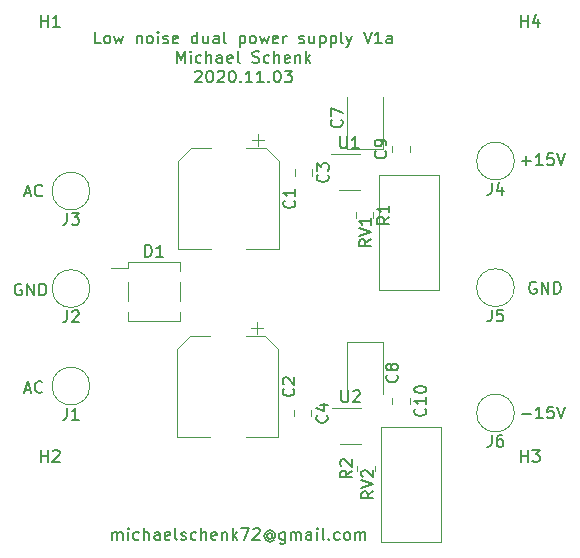
<source format=gbr>
G04 #@! TF.GenerationSoftware,KiCad,Pcbnew,(5.1.7-0-10_14)*
G04 #@! TF.CreationDate,2020-11-05T19:51:55+01:00*
G04 #@! TF.ProjectId,lv-lownoise-psu,6c762d6c-6f77-46e6-9f69-73652d707375,rev?*
G04 #@! TF.SameCoordinates,Original*
G04 #@! TF.FileFunction,Legend,Top*
G04 #@! TF.FilePolarity,Positive*
%FSLAX46Y46*%
G04 Gerber Fmt 4.6, Leading zero omitted, Abs format (unit mm)*
G04 Created by KiCad (PCBNEW (5.1.7-0-10_14)) date 2020-11-05 19:51:55*
%MOMM*%
%LPD*%
G01*
G04 APERTURE LIST*
%ADD10C,0.150000*%
%ADD11C,0.120000*%
G04 APERTURE END LIST*
D10*
X89377761Y-43379380D02*
X88901571Y-43379380D01*
X88901571Y-42379380D01*
X89853952Y-43379380D02*
X89758714Y-43331761D01*
X89711095Y-43284142D01*
X89663476Y-43188904D01*
X89663476Y-42903190D01*
X89711095Y-42807952D01*
X89758714Y-42760333D01*
X89853952Y-42712714D01*
X89996809Y-42712714D01*
X90092047Y-42760333D01*
X90139666Y-42807952D01*
X90187285Y-42903190D01*
X90187285Y-43188904D01*
X90139666Y-43284142D01*
X90092047Y-43331761D01*
X89996809Y-43379380D01*
X89853952Y-43379380D01*
X90520619Y-42712714D02*
X90711095Y-43379380D01*
X90901571Y-42903190D01*
X91092047Y-43379380D01*
X91282523Y-42712714D01*
X92425380Y-42712714D02*
X92425380Y-43379380D01*
X92425380Y-42807952D02*
X92472999Y-42760333D01*
X92568238Y-42712714D01*
X92711095Y-42712714D01*
X92806333Y-42760333D01*
X92853952Y-42855571D01*
X92853952Y-43379380D01*
X93472999Y-43379380D02*
X93377761Y-43331761D01*
X93330142Y-43284142D01*
X93282523Y-43188904D01*
X93282523Y-42903190D01*
X93330142Y-42807952D01*
X93377761Y-42760333D01*
X93472999Y-42712714D01*
X93615857Y-42712714D01*
X93711095Y-42760333D01*
X93758714Y-42807952D01*
X93806333Y-42903190D01*
X93806333Y-43188904D01*
X93758714Y-43284142D01*
X93711095Y-43331761D01*
X93615857Y-43379380D01*
X93472999Y-43379380D01*
X94234904Y-43379380D02*
X94234904Y-42712714D01*
X94234904Y-42379380D02*
X94187285Y-42427000D01*
X94234904Y-42474619D01*
X94282523Y-42427000D01*
X94234904Y-42379380D01*
X94234904Y-42474619D01*
X94663476Y-43331761D02*
X94758714Y-43379380D01*
X94949190Y-43379380D01*
X95044428Y-43331761D01*
X95092047Y-43236523D01*
X95092047Y-43188904D01*
X95044428Y-43093666D01*
X94949190Y-43046047D01*
X94806333Y-43046047D01*
X94711095Y-42998428D01*
X94663476Y-42903190D01*
X94663476Y-42855571D01*
X94711095Y-42760333D01*
X94806333Y-42712714D01*
X94949190Y-42712714D01*
X95044428Y-42760333D01*
X95901571Y-43331761D02*
X95806333Y-43379380D01*
X95615857Y-43379380D01*
X95520619Y-43331761D01*
X95472999Y-43236523D01*
X95472999Y-42855571D01*
X95520619Y-42760333D01*
X95615857Y-42712714D01*
X95806333Y-42712714D01*
X95901571Y-42760333D01*
X95949190Y-42855571D01*
X95949190Y-42950809D01*
X95472999Y-43046047D01*
X97568238Y-43379380D02*
X97568238Y-42379380D01*
X97568238Y-43331761D02*
X97472999Y-43379380D01*
X97282523Y-43379380D01*
X97187285Y-43331761D01*
X97139666Y-43284142D01*
X97092047Y-43188904D01*
X97092047Y-42903190D01*
X97139666Y-42807952D01*
X97187285Y-42760333D01*
X97282523Y-42712714D01*
X97472999Y-42712714D01*
X97568238Y-42760333D01*
X98472999Y-42712714D02*
X98472999Y-43379380D01*
X98044428Y-42712714D02*
X98044428Y-43236523D01*
X98092047Y-43331761D01*
X98187285Y-43379380D01*
X98330142Y-43379380D01*
X98425380Y-43331761D01*
X98472999Y-43284142D01*
X99377761Y-43379380D02*
X99377761Y-42855571D01*
X99330142Y-42760333D01*
X99234904Y-42712714D01*
X99044428Y-42712714D01*
X98949190Y-42760333D01*
X99377761Y-43331761D02*
X99282523Y-43379380D01*
X99044428Y-43379380D01*
X98949190Y-43331761D01*
X98901571Y-43236523D01*
X98901571Y-43141285D01*
X98949190Y-43046047D01*
X99044428Y-42998428D01*
X99282523Y-42998428D01*
X99377761Y-42950809D01*
X99996809Y-43379380D02*
X99901571Y-43331761D01*
X99853952Y-43236523D01*
X99853952Y-42379380D01*
X101139666Y-42712714D02*
X101139666Y-43712714D01*
X101139666Y-42760333D02*
X101234904Y-42712714D01*
X101425380Y-42712714D01*
X101520619Y-42760333D01*
X101568238Y-42807952D01*
X101615857Y-42903190D01*
X101615857Y-43188904D01*
X101568238Y-43284142D01*
X101520619Y-43331761D01*
X101425380Y-43379380D01*
X101234904Y-43379380D01*
X101139666Y-43331761D01*
X102187285Y-43379380D02*
X102092047Y-43331761D01*
X102044428Y-43284142D01*
X101996809Y-43188904D01*
X101996809Y-42903190D01*
X102044428Y-42807952D01*
X102092047Y-42760333D01*
X102187285Y-42712714D01*
X102330142Y-42712714D01*
X102425380Y-42760333D01*
X102472999Y-42807952D01*
X102520619Y-42903190D01*
X102520619Y-43188904D01*
X102472999Y-43284142D01*
X102425380Y-43331761D01*
X102330142Y-43379380D01*
X102187285Y-43379380D01*
X102853952Y-42712714D02*
X103044428Y-43379380D01*
X103234904Y-42903190D01*
X103425380Y-43379380D01*
X103615857Y-42712714D01*
X104377761Y-43331761D02*
X104282523Y-43379380D01*
X104092047Y-43379380D01*
X103996809Y-43331761D01*
X103949190Y-43236523D01*
X103949190Y-42855571D01*
X103996809Y-42760333D01*
X104092047Y-42712714D01*
X104282523Y-42712714D01*
X104377761Y-42760333D01*
X104425380Y-42855571D01*
X104425380Y-42950809D01*
X103949190Y-43046047D01*
X104853952Y-43379380D02*
X104853952Y-42712714D01*
X104853952Y-42903190D02*
X104901571Y-42807952D01*
X104949190Y-42760333D01*
X105044428Y-42712714D01*
X105139666Y-42712714D01*
X106187285Y-43331761D02*
X106282523Y-43379380D01*
X106472999Y-43379380D01*
X106568238Y-43331761D01*
X106615857Y-43236523D01*
X106615857Y-43188904D01*
X106568238Y-43093666D01*
X106472999Y-43046047D01*
X106330142Y-43046047D01*
X106234904Y-42998428D01*
X106187285Y-42903190D01*
X106187285Y-42855571D01*
X106234904Y-42760333D01*
X106330142Y-42712714D01*
X106472999Y-42712714D01*
X106568238Y-42760333D01*
X107472999Y-42712714D02*
X107472999Y-43379380D01*
X107044428Y-42712714D02*
X107044428Y-43236523D01*
X107092047Y-43331761D01*
X107187285Y-43379380D01*
X107330142Y-43379380D01*
X107425380Y-43331761D01*
X107472999Y-43284142D01*
X107949190Y-42712714D02*
X107949190Y-43712714D01*
X107949190Y-42760333D02*
X108044428Y-42712714D01*
X108234904Y-42712714D01*
X108330142Y-42760333D01*
X108377761Y-42807952D01*
X108425380Y-42903190D01*
X108425380Y-43188904D01*
X108377761Y-43284142D01*
X108330142Y-43331761D01*
X108234904Y-43379380D01*
X108044428Y-43379380D01*
X107949190Y-43331761D01*
X108853952Y-42712714D02*
X108853952Y-43712714D01*
X108853952Y-42760333D02*
X108949190Y-42712714D01*
X109139666Y-42712714D01*
X109234904Y-42760333D01*
X109282523Y-42807952D01*
X109330142Y-42903190D01*
X109330142Y-43188904D01*
X109282523Y-43284142D01*
X109234904Y-43331761D01*
X109139666Y-43379380D01*
X108949190Y-43379380D01*
X108853952Y-43331761D01*
X109901571Y-43379380D02*
X109806333Y-43331761D01*
X109758714Y-43236523D01*
X109758714Y-42379380D01*
X110187285Y-42712714D02*
X110425380Y-43379380D01*
X110663476Y-42712714D02*
X110425380Y-43379380D01*
X110330142Y-43617476D01*
X110282523Y-43665095D01*
X110187285Y-43712714D01*
X111663476Y-42379380D02*
X111996809Y-43379380D01*
X112330142Y-42379380D01*
X113187285Y-43379380D02*
X112615857Y-43379380D01*
X112901571Y-43379380D02*
X112901571Y-42379380D01*
X112806333Y-42522238D01*
X112711095Y-42617476D01*
X112615857Y-42665095D01*
X114044428Y-43379380D02*
X114044428Y-42855571D01*
X113996809Y-42760333D01*
X113901571Y-42712714D01*
X113711095Y-42712714D01*
X113615857Y-42760333D01*
X114044428Y-43331761D02*
X113949190Y-43379380D01*
X113711095Y-43379380D01*
X113615857Y-43331761D01*
X113568238Y-43236523D01*
X113568238Y-43141285D01*
X113615857Y-43046047D01*
X113711095Y-42998428D01*
X113949190Y-42998428D01*
X114044428Y-42950809D01*
X95853952Y-45029380D02*
X95853952Y-44029380D01*
X96187285Y-44743666D01*
X96520619Y-44029380D01*
X96520619Y-45029380D01*
X96996809Y-45029380D02*
X96996809Y-44362714D01*
X96996809Y-44029380D02*
X96949190Y-44077000D01*
X96996809Y-44124619D01*
X97044428Y-44077000D01*
X96996809Y-44029380D01*
X96996809Y-44124619D01*
X97901571Y-44981761D02*
X97806333Y-45029380D01*
X97615857Y-45029380D01*
X97520619Y-44981761D01*
X97473000Y-44934142D01*
X97425380Y-44838904D01*
X97425380Y-44553190D01*
X97473000Y-44457952D01*
X97520619Y-44410333D01*
X97615857Y-44362714D01*
X97806333Y-44362714D01*
X97901571Y-44410333D01*
X98330142Y-45029380D02*
X98330142Y-44029380D01*
X98758714Y-45029380D02*
X98758714Y-44505571D01*
X98711095Y-44410333D01*
X98615857Y-44362714D01*
X98473000Y-44362714D01*
X98377761Y-44410333D01*
X98330142Y-44457952D01*
X99663476Y-45029380D02*
X99663476Y-44505571D01*
X99615857Y-44410333D01*
X99520619Y-44362714D01*
X99330142Y-44362714D01*
X99234904Y-44410333D01*
X99663476Y-44981761D02*
X99568238Y-45029380D01*
X99330142Y-45029380D01*
X99234904Y-44981761D01*
X99187285Y-44886523D01*
X99187285Y-44791285D01*
X99234904Y-44696047D01*
X99330142Y-44648428D01*
X99568238Y-44648428D01*
X99663476Y-44600809D01*
X100520619Y-44981761D02*
X100425380Y-45029380D01*
X100234904Y-45029380D01*
X100139666Y-44981761D01*
X100092047Y-44886523D01*
X100092047Y-44505571D01*
X100139666Y-44410333D01*
X100234904Y-44362714D01*
X100425380Y-44362714D01*
X100520619Y-44410333D01*
X100568238Y-44505571D01*
X100568238Y-44600809D01*
X100092047Y-44696047D01*
X101139666Y-45029380D02*
X101044428Y-44981761D01*
X100996809Y-44886523D01*
X100996809Y-44029380D01*
X102234904Y-44981761D02*
X102377761Y-45029380D01*
X102615857Y-45029380D01*
X102711095Y-44981761D01*
X102758714Y-44934142D01*
X102806333Y-44838904D01*
X102806333Y-44743666D01*
X102758714Y-44648428D01*
X102711095Y-44600809D01*
X102615857Y-44553190D01*
X102425380Y-44505571D01*
X102330142Y-44457952D01*
X102282523Y-44410333D01*
X102234904Y-44315095D01*
X102234904Y-44219857D01*
X102282523Y-44124619D01*
X102330142Y-44077000D01*
X102425380Y-44029380D01*
X102663476Y-44029380D01*
X102806333Y-44077000D01*
X103663476Y-44981761D02*
X103568238Y-45029380D01*
X103377761Y-45029380D01*
X103282523Y-44981761D01*
X103234904Y-44934142D01*
X103187285Y-44838904D01*
X103187285Y-44553190D01*
X103234904Y-44457952D01*
X103282523Y-44410333D01*
X103377761Y-44362714D01*
X103568238Y-44362714D01*
X103663476Y-44410333D01*
X104092047Y-45029380D02*
X104092047Y-44029380D01*
X104520619Y-45029380D02*
X104520619Y-44505571D01*
X104473000Y-44410333D01*
X104377761Y-44362714D01*
X104234904Y-44362714D01*
X104139666Y-44410333D01*
X104092047Y-44457952D01*
X105377761Y-44981761D02*
X105282523Y-45029380D01*
X105092047Y-45029380D01*
X104996809Y-44981761D01*
X104949190Y-44886523D01*
X104949190Y-44505571D01*
X104996809Y-44410333D01*
X105092047Y-44362714D01*
X105282523Y-44362714D01*
X105377761Y-44410333D01*
X105425380Y-44505571D01*
X105425380Y-44600809D01*
X104949190Y-44696047D01*
X105853952Y-44362714D02*
X105853952Y-45029380D01*
X105853952Y-44457952D02*
X105901571Y-44410333D01*
X105996809Y-44362714D01*
X106139666Y-44362714D01*
X106234904Y-44410333D01*
X106282523Y-44505571D01*
X106282523Y-45029380D01*
X106758714Y-45029380D02*
X106758714Y-44029380D01*
X106853952Y-44648428D02*
X107139666Y-45029380D01*
X107139666Y-44362714D02*
X106758714Y-44743666D01*
X97377761Y-45774619D02*
X97425380Y-45727000D01*
X97520619Y-45679380D01*
X97758714Y-45679380D01*
X97853952Y-45727000D01*
X97901571Y-45774619D01*
X97949190Y-45869857D01*
X97949190Y-45965095D01*
X97901571Y-46107952D01*
X97330142Y-46679380D01*
X97949190Y-46679380D01*
X98568238Y-45679380D02*
X98663476Y-45679380D01*
X98758714Y-45727000D01*
X98806333Y-45774619D01*
X98853952Y-45869857D01*
X98901571Y-46060333D01*
X98901571Y-46298428D01*
X98853952Y-46488904D01*
X98806333Y-46584142D01*
X98758714Y-46631761D01*
X98663476Y-46679380D01*
X98568238Y-46679380D01*
X98473000Y-46631761D01*
X98425380Y-46584142D01*
X98377761Y-46488904D01*
X98330142Y-46298428D01*
X98330142Y-46060333D01*
X98377761Y-45869857D01*
X98425380Y-45774619D01*
X98473000Y-45727000D01*
X98568238Y-45679380D01*
X99282523Y-45774619D02*
X99330142Y-45727000D01*
X99425380Y-45679380D01*
X99663476Y-45679380D01*
X99758714Y-45727000D01*
X99806333Y-45774619D01*
X99853952Y-45869857D01*
X99853952Y-45965095D01*
X99806333Y-46107952D01*
X99234904Y-46679380D01*
X99853952Y-46679380D01*
X100473000Y-45679380D02*
X100568238Y-45679380D01*
X100663476Y-45727000D01*
X100711095Y-45774619D01*
X100758714Y-45869857D01*
X100806333Y-46060333D01*
X100806333Y-46298428D01*
X100758714Y-46488904D01*
X100711095Y-46584142D01*
X100663476Y-46631761D01*
X100568238Y-46679380D01*
X100473000Y-46679380D01*
X100377761Y-46631761D01*
X100330142Y-46584142D01*
X100282523Y-46488904D01*
X100234904Y-46298428D01*
X100234904Y-46060333D01*
X100282523Y-45869857D01*
X100330142Y-45774619D01*
X100377761Y-45727000D01*
X100473000Y-45679380D01*
X101234904Y-46584142D02*
X101282523Y-46631761D01*
X101234904Y-46679380D01*
X101187285Y-46631761D01*
X101234904Y-46584142D01*
X101234904Y-46679380D01*
X102234904Y-46679380D02*
X101663476Y-46679380D01*
X101949190Y-46679380D02*
X101949190Y-45679380D01*
X101853952Y-45822238D01*
X101758714Y-45917476D01*
X101663476Y-45965095D01*
X103187285Y-46679380D02*
X102615857Y-46679380D01*
X102901571Y-46679380D02*
X102901571Y-45679380D01*
X102806333Y-45822238D01*
X102711095Y-45917476D01*
X102615857Y-45965095D01*
X103615857Y-46584142D02*
X103663476Y-46631761D01*
X103615857Y-46679380D01*
X103568238Y-46631761D01*
X103615857Y-46584142D01*
X103615857Y-46679380D01*
X104282523Y-45679380D02*
X104377761Y-45679380D01*
X104473000Y-45727000D01*
X104520619Y-45774619D01*
X104568238Y-45869857D01*
X104615857Y-46060333D01*
X104615857Y-46298428D01*
X104568238Y-46488904D01*
X104520619Y-46584142D01*
X104473000Y-46631761D01*
X104377761Y-46679380D01*
X104282523Y-46679380D01*
X104187285Y-46631761D01*
X104139666Y-46584142D01*
X104092047Y-46488904D01*
X104044428Y-46298428D01*
X104044428Y-46060333D01*
X104092047Y-45869857D01*
X104139666Y-45774619D01*
X104187285Y-45727000D01*
X104282523Y-45679380D01*
X104949190Y-45679380D02*
X105568238Y-45679380D01*
X105234904Y-46060333D01*
X105377761Y-46060333D01*
X105473000Y-46107952D01*
X105520619Y-46155571D01*
X105568238Y-46250809D01*
X105568238Y-46488904D01*
X105520619Y-46584142D01*
X105473000Y-46631761D01*
X105377761Y-46679380D01*
X105092047Y-46679380D01*
X104996809Y-46631761D01*
X104949190Y-46584142D01*
X90377714Y-85415380D02*
X90377714Y-84748714D01*
X90377714Y-84843952D02*
X90425333Y-84796333D01*
X90520571Y-84748714D01*
X90663428Y-84748714D01*
X90758666Y-84796333D01*
X90806285Y-84891571D01*
X90806285Y-85415380D01*
X90806285Y-84891571D02*
X90853904Y-84796333D01*
X90949142Y-84748714D01*
X91092000Y-84748714D01*
X91187238Y-84796333D01*
X91234857Y-84891571D01*
X91234857Y-85415380D01*
X91711047Y-85415380D02*
X91711047Y-84748714D01*
X91711047Y-84415380D02*
X91663428Y-84463000D01*
X91711047Y-84510619D01*
X91758666Y-84463000D01*
X91711047Y-84415380D01*
X91711047Y-84510619D01*
X92615809Y-85367761D02*
X92520571Y-85415380D01*
X92330095Y-85415380D01*
X92234857Y-85367761D01*
X92187238Y-85320142D01*
X92139619Y-85224904D01*
X92139619Y-84939190D01*
X92187238Y-84843952D01*
X92234857Y-84796333D01*
X92330095Y-84748714D01*
X92520571Y-84748714D01*
X92615809Y-84796333D01*
X93044380Y-85415380D02*
X93044380Y-84415380D01*
X93472952Y-85415380D02*
X93472952Y-84891571D01*
X93425333Y-84796333D01*
X93330095Y-84748714D01*
X93187238Y-84748714D01*
X93092000Y-84796333D01*
X93044380Y-84843952D01*
X94377714Y-85415380D02*
X94377714Y-84891571D01*
X94330095Y-84796333D01*
X94234857Y-84748714D01*
X94044380Y-84748714D01*
X93949142Y-84796333D01*
X94377714Y-85367761D02*
X94282476Y-85415380D01*
X94044380Y-85415380D01*
X93949142Y-85367761D01*
X93901523Y-85272523D01*
X93901523Y-85177285D01*
X93949142Y-85082047D01*
X94044380Y-85034428D01*
X94282476Y-85034428D01*
X94377714Y-84986809D01*
X95234857Y-85367761D02*
X95139619Y-85415380D01*
X94949142Y-85415380D01*
X94853904Y-85367761D01*
X94806285Y-85272523D01*
X94806285Y-84891571D01*
X94853904Y-84796333D01*
X94949142Y-84748714D01*
X95139619Y-84748714D01*
X95234857Y-84796333D01*
X95282476Y-84891571D01*
X95282476Y-84986809D01*
X94806285Y-85082047D01*
X95853904Y-85415380D02*
X95758666Y-85367761D01*
X95711047Y-85272523D01*
X95711047Y-84415380D01*
X96187238Y-85367761D02*
X96282476Y-85415380D01*
X96472952Y-85415380D01*
X96568190Y-85367761D01*
X96615809Y-85272523D01*
X96615809Y-85224904D01*
X96568190Y-85129666D01*
X96472952Y-85082047D01*
X96330095Y-85082047D01*
X96234857Y-85034428D01*
X96187238Y-84939190D01*
X96187238Y-84891571D01*
X96234857Y-84796333D01*
X96330095Y-84748714D01*
X96472952Y-84748714D01*
X96568190Y-84796333D01*
X97472952Y-85367761D02*
X97377714Y-85415380D01*
X97187238Y-85415380D01*
X97092000Y-85367761D01*
X97044380Y-85320142D01*
X96996761Y-85224904D01*
X96996761Y-84939190D01*
X97044380Y-84843952D01*
X97092000Y-84796333D01*
X97187238Y-84748714D01*
X97377714Y-84748714D01*
X97472952Y-84796333D01*
X97901523Y-85415380D02*
X97901523Y-84415380D01*
X98330095Y-85415380D02*
X98330095Y-84891571D01*
X98282476Y-84796333D01*
X98187238Y-84748714D01*
X98044380Y-84748714D01*
X97949142Y-84796333D01*
X97901523Y-84843952D01*
X99187238Y-85367761D02*
X99092000Y-85415380D01*
X98901523Y-85415380D01*
X98806285Y-85367761D01*
X98758666Y-85272523D01*
X98758666Y-84891571D01*
X98806285Y-84796333D01*
X98901523Y-84748714D01*
X99092000Y-84748714D01*
X99187238Y-84796333D01*
X99234857Y-84891571D01*
X99234857Y-84986809D01*
X98758666Y-85082047D01*
X99663428Y-84748714D02*
X99663428Y-85415380D01*
X99663428Y-84843952D02*
X99711047Y-84796333D01*
X99806285Y-84748714D01*
X99949142Y-84748714D01*
X100044380Y-84796333D01*
X100092000Y-84891571D01*
X100092000Y-85415380D01*
X100568190Y-85415380D02*
X100568190Y-84415380D01*
X100663428Y-85034428D02*
X100949142Y-85415380D01*
X100949142Y-84748714D02*
X100568190Y-85129666D01*
X101282476Y-84415380D02*
X101949142Y-84415380D01*
X101520571Y-85415380D01*
X102282476Y-84510619D02*
X102330095Y-84463000D01*
X102425333Y-84415380D01*
X102663428Y-84415380D01*
X102758666Y-84463000D01*
X102806285Y-84510619D01*
X102853904Y-84605857D01*
X102853904Y-84701095D01*
X102806285Y-84843952D01*
X102234857Y-85415380D01*
X102853904Y-85415380D01*
X103901523Y-84939190D02*
X103853904Y-84891571D01*
X103758666Y-84843952D01*
X103663428Y-84843952D01*
X103568190Y-84891571D01*
X103520571Y-84939190D01*
X103472952Y-85034428D01*
X103472952Y-85129666D01*
X103520571Y-85224904D01*
X103568190Y-85272523D01*
X103663428Y-85320142D01*
X103758666Y-85320142D01*
X103853904Y-85272523D01*
X103901523Y-85224904D01*
X103901523Y-84843952D02*
X103901523Y-85224904D01*
X103949142Y-85272523D01*
X103996761Y-85272523D01*
X104092000Y-85224904D01*
X104139619Y-85129666D01*
X104139619Y-84891571D01*
X104044380Y-84748714D01*
X103901523Y-84653476D01*
X103711047Y-84605857D01*
X103520571Y-84653476D01*
X103377714Y-84748714D01*
X103282476Y-84891571D01*
X103234857Y-85082047D01*
X103282476Y-85272523D01*
X103377714Y-85415380D01*
X103520571Y-85510619D01*
X103711047Y-85558238D01*
X103901523Y-85510619D01*
X104044380Y-85415380D01*
X104996761Y-84748714D02*
X104996761Y-85558238D01*
X104949142Y-85653476D01*
X104901523Y-85701095D01*
X104806285Y-85748714D01*
X104663428Y-85748714D01*
X104568190Y-85701095D01*
X104996761Y-85367761D02*
X104901523Y-85415380D01*
X104711047Y-85415380D01*
X104615809Y-85367761D01*
X104568190Y-85320142D01*
X104520571Y-85224904D01*
X104520571Y-84939190D01*
X104568190Y-84843952D01*
X104615809Y-84796333D01*
X104711047Y-84748714D01*
X104901523Y-84748714D01*
X104996761Y-84796333D01*
X105472952Y-85415380D02*
X105472952Y-84748714D01*
X105472952Y-84843952D02*
X105520571Y-84796333D01*
X105615809Y-84748714D01*
X105758666Y-84748714D01*
X105853904Y-84796333D01*
X105901523Y-84891571D01*
X105901523Y-85415380D01*
X105901523Y-84891571D02*
X105949142Y-84796333D01*
X106044380Y-84748714D01*
X106187238Y-84748714D01*
X106282476Y-84796333D01*
X106330095Y-84891571D01*
X106330095Y-85415380D01*
X107234857Y-85415380D02*
X107234857Y-84891571D01*
X107187238Y-84796333D01*
X107092000Y-84748714D01*
X106901523Y-84748714D01*
X106806285Y-84796333D01*
X107234857Y-85367761D02*
X107139619Y-85415380D01*
X106901523Y-85415380D01*
X106806285Y-85367761D01*
X106758666Y-85272523D01*
X106758666Y-85177285D01*
X106806285Y-85082047D01*
X106901523Y-85034428D01*
X107139619Y-85034428D01*
X107234857Y-84986809D01*
X107711047Y-85415380D02*
X107711047Y-84748714D01*
X107711047Y-84415380D02*
X107663428Y-84463000D01*
X107711047Y-84510619D01*
X107758666Y-84463000D01*
X107711047Y-84415380D01*
X107711047Y-84510619D01*
X108330095Y-85415380D02*
X108234857Y-85367761D01*
X108187238Y-85272523D01*
X108187238Y-84415380D01*
X108711047Y-85320142D02*
X108758666Y-85367761D01*
X108711047Y-85415380D01*
X108663428Y-85367761D01*
X108711047Y-85320142D01*
X108711047Y-85415380D01*
X109615809Y-85367761D02*
X109520571Y-85415380D01*
X109330095Y-85415380D01*
X109234857Y-85367761D01*
X109187238Y-85320142D01*
X109139619Y-85224904D01*
X109139619Y-84939190D01*
X109187238Y-84843952D01*
X109234857Y-84796333D01*
X109330095Y-84748714D01*
X109520571Y-84748714D01*
X109615809Y-84796333D01*
X110187238Y-85415380D02*
X110092000Y-85367761D01*
X110044380Y-85320142D01*
X109996761Y-85224904D01*
X109996761Y-84939190D01*
X110044380Y-84843952D01*
X110092000Y-84796333D01*
X110187238Y-84748714D01*
X110330095Y-84748714D01*
X110425333Y-84796333D01*
X110472952Y-84843952D01*
X110520571Y-84939190D01*
X110520571Y-85224904D01*
X110472952Y-85320142D01*
X110425333Y-85367761D01*
X110330095Y-85415380D01*
X110187238Y-85415380D01*
X110949142Y-85415380D02*
X110949142Y-84748714D01*
X110949142Y-84843952D02*
X110996761Y-84796333D01*
X111092000Y-84748714D01*
X111234857Y-84748714D01*
X111330095Y-84796333D01*
X111377714Y-84891571D01*
X111377714Y-85415380D01*
X111377714Y-84891571D02*
X111425333Y-84796333D01*
X111520571Y-84748714D01*
X111663428Y-84748714D01*
X111758666Y-84796333D01*
X111806285Y-84891571D01*
X111806285Y-85415380D01*
X82677095Y-63762000D02*
X82581857Y-63714380D01*
X82439000Y-63714380D01*
X82296142Y-63762000D01*
X82200904Y-63857238D01*
X82153285Y-63952476D01*
X82105666Y-64142952D01*
X82105666Y-64285809D01*
X82153285Y-64476285D01*
X82200904Y-64571523D01*
X82296142Y-64666761D01*
X82439000Y-64714380D01*
X82534238Y-64714380D01*
X82677095Y-64666761D01*
X82724714Y-64619142D01*
X82724714Y-64285809D01*
X82534238Y-64285809D01*
X83153285Y-64714380D02*
X83153285Y-63714380D01*
X83724714Y-64714380D01*
X83724714Y-63714380D01*
X84200904Y-64714380D02*
X84200904Y-63714380D01*
X84439000Y-63714380D01*
X84581857Y-63762000D01*
X84677095Y-63857238D01*
X84724714Y-63952476D01*
X84772333Y-64142952D01*
X84772333Y-64285809D01*
X84724714Y-64476285D01*
X84677095Y-64571523D01*
X84581857Y-64666761D01*
X84439000Y-64714380D01*
X84200904Y-64714380D01*
X82954904Y-72683666D02*
X83431095Y-72683666D01*
X82859666Y-72969380D02*
X83193000Y-71969380D01*
X83526333Y-72969380D01*
X84431095Y-72874142D02*
X84383476Y-72921761D01*
X84240619Y-72969380D01*
X84145380Y-72969380D01*
X84002523Y-72921761D01*
X83907285Y-72826523D01*
X83859666Y-72731285D01*
X83812047Y-72540809D01*
X83812047Y-72397952D01*
X83859666Y-72207476D01*
X83907285Y-72112238D01*
X84002523Y-72017000D01*
X84145380Y-71969380D01*
X84240619Y-71969380D01*
X84383476Y-72017000D01*
X84431095Y-72064619D01*
X82954904Y-56046666D02*
X83431095Y-56046666D01*
X82859666Y-56332380D02*
X83193000Y-55332380D01*
X83526333Y-56332380D01*
X84431095Y-56237142D02*
X84383476Y-56284761D01*
X84240619Y-56332380D01*
X84145380Y-56332380D01*
X84002523Y-56284761D01*
X83907285Y-56189523D01*
X83859666Y-56094285D01*
X83812047Y-55903809D01*
X83812047Y-55760952D01*
X83859666Y-55570476D01*
X83907285Y-55475238D01*
X84002523Y-55380000D01*
X84145380Y-55332380D01*
X84240619Y-55332380D01*
X84383476Y-55380000D01*
X84431095Y-55427619D01*
X125034895Y-74747428D02*
X125796800Y-74747428D01*
X126796800Y-75128380D02*
X126225371Y-75128380D01*
X126511085Y-75128380D02*
X126511085Y-74128380D01*
X126415847Y-74271238D01*
X126320609Y-74366476D01*
X126225371Y-74414095D01*
X127701561Y-74128380D02*
X127225371Y-74128380D01*
X127177752Y-74604571D01*
X127225371Y-74556952D01*
X127320609Y-74509333D01*
X127558704Y-74509333D01*
X127653942Y-74556952D01*
X127701561Y-74604571D01*
X127749180Y-74699809D01*
X127749180Y-74937904D01*
X127701561Y-75033142D01*
X127653942Y-75080761D01*
X127558704Y-75128380D01*
X127320609Y-75128380D01*
X127225371Y-75080761D01*
X127177752Y-75033142D01*
X128034895Y-74128380D02*
X128368228Y-75128380D01*
X128701561Y-74128380D01*
X126238095Y-63609600D02*
X126142857Y-63561980D01*
X126000000Y-63561980D01*
X125857142Y-63609600D01*
X125761904Y-63704838D01*
X125714285Y-63800076D01*
X125666666Y-63990552D01*
X125666666Y-64133409D01*
X125714285Y-64323885D01*
X125761904Y-64419123D01*
X125857142Y-64514361D01*
X126000000Y-64561980D01*
X126095238Y-64561980D01*
X126238095Y-64514361D01*
X126285714Y-64466742D01*
X126285714Y-64133409D01*
X126095238Y-64133409D01*
X126714285Y-64561980D02*
X126714285Y-63561980D01*
X127285714Y-64561980D01*
X127285714Y-63561980D01*
X127761904Y-64561980D02*
X127761904Y-63561980D01*
X128000000Y-63561980D01*
X128142857Y-63609600D01*
X128238095Y-63704838D01*
X128285714Y-63800076D01*
X128333333Y-63990552D01*
X128333333Y-64133409D01*
X128285714Y-64323885D01*
X128238095Y-64419123D01*
X128142857Y-64514361D01*
X128000000Y-64561980D01*
X127761904Y-64561980D01*
X125034895Y-53309828D02*
X125796800Y-53309828D01*
X125415847Y-53690780D02*
X125415847Y-52928876D01*
X126796800Y-53690780D02*
X126225371Y-53690780D01*
X126511085Y-53690780D02*
X126511085Y-52690780D01*
X126415847Y-52833638D01*
X126320609Y-52928876D01*
X126225371Y-52976495D01*
X127701561Y-52690780D02*
X127225371Y-52690780D01*
X127177752Y-53166971D01*
X127225371Y-53119352D01*
X127320609Y-53071733D01*
X127558704Y-53071733D01*
X127653942Y-53119352D01*
X127701561Y-53166971D01*
X127749180Y-53262209D01*
X127749180Y-53500304D01*
X127701561Y-53595542D01*
X127653942Y-53643161D01*
X127558704Y-53690780D01*
X127320609Y-53690780D01*
X127225371Y-53643161D01*
X127177752Y-53595542D01*
X128034895Y-52690780D02*
X128368228Y-53690780D01*
X128701561Y-52690780D01*
D11*
X109650000Y-77313000D02*
X111410000Y-77313000D01*
X111410000Y-74243000D02*
X108980000Y-74243000D01*
X109551001Y-55812001D02*
X111311001Y-55812001D01*
X111311001Y-52742001D02*
X108881001Y-52742001D01*
X113141600Y-85606200D02*
X113141600Y-75836200D01*
X118211600Y-85606200D02*
X118211600Y-75836200D01*
X113141600Y-85606200D02*
X118211600Y-85606200D01*
X113141600Y-75836200D02*
X118211600Y-75836200D01*
X112938400Y-64270200D02*
X112938400Y-54500200D01*
X118008400Y-64270200D02*
X118008400Y-54500200D01*
X112938400Y-64270200D02*
X118008400Y-64270200D01*
X112938400Y-54500200D02*
X118008400Y-54500200D01*
X111126600Y-79611464D02*
X111126600Y-79157336D01*
X112596600Y-79611464D02*
X112596600Y-79157336D01*
X112444200Y-57668936D02*
X112444200Y-58123064D01*
X110974200Y-57668936D02*
X110974200Y-58123064D01*
X124409781Y-74676000D02*
G75*
G03*
X124409781Y-74676000I-1600781J0D01*
G01*
X124409781Y-64058800D02*
G75*
G03*
X124409781Y-64058800I-1600781J0D01*
G01*
X124409781Y-53340000D02*
G75*
G03*
X124409781Y-53340000I-1600781J0D01*
G01*
X88468781Y-55880000D02*
G75*
G03*
X88468781Y-55880000I-1600781J0D01*
G01*
X88468781Y-64135000D02*
G75*
G03*
X88468781Y-64135000I-1600781J0D01*
G01*
X88468781Y-72390000D02*
G75*
G03*
X88468781Y-72390000I-1600781J0D01*
G01*
X91689500Y-61889000D02*
X91689500Y-62389000D01*
X91689500Y-62389000D02*
X90289500Y-62389000D01*
X96089500Y-63589000D02*
X96089500Y-65189000D01*
X91689500Y-63589000D02*
X91689500Y-65189000D01*
X96089500Y-62689000D02*
X96089500Y-61889000D01*
X96089500Y-61889000D02*
X91689500Y-61889000D01*
X96089500Y-66089000D02*
X96089500Y-66889000D01*
X96089500Y-66889000D02*
X91689500Y-66889000D01*
X91689500Y-66889000D02*
X91689500Y-66089000D01*
X115543000Y-73398748D02*
X115543000Y-73921252D01*
X114073000Y-73398748D02*
X114073000Y-73921252D01*
X114073000Y-52563752D02*
X114073000Y-52041248D01*
X115543000Y-52563752D02*
X115543000Y-52041248D01*
X113270000Y-73023000D02*
X113270000Y-68638000D01*
X113270000Y-68638000D02*
X110250000Y-68638000D01*
X110250000Y-68638000D02*
X110250000Y-73023000D01*
X110250000Y-47933000D02*
X110250000Y-52318000D01*
X110250000Y-52318000D02*
X113270000Y-52318000D01*
X113270000Y-52318000D02*
X113270000Y-47933000D01*
X107224500Y-74436248D02*
X107224500Y-74958752D01*
X105754500Y-74436248D02*
X105754500Y-74958752D01*
X107288000Y-54052748D02*
X107288000Y-54575252D01*
X105818000Y-54052748D02*
X105818000Y-54575252D01*
X95879500Y-76702000D02*
X98629500Y-76702000D01*
X104399500Y-76702000D02*
X101649500Y-76702000D01*
X104399500Y-69246437D02*
X104399500Y-76702000D01*
X95879500Y-69246437D02*
X95879500Y-76702000D01*
X96943937Y-68182000D02*
X98629500Y-68182000D01*
X103335063Y-68182000D02*
X101649500Y-68182000D01*
X103335063Y-68182000D02*
X104399500Y-69246437D01*
X96943937Y-68182000D02*
X95879500Y-69246437D01*
X102649500Y-66942000D02*
X102649500Y-67942000D01*
X103149500Y-67442000D02*
X102149500Y-67442000D01*
X95943000Y-60786500D02*
X98693000Y-60786500D01*
X104463000Y-60786500D02*
X101713000Y-60786500D01*
X104463000Y-53330937D02*
X104463000Y-60786500D01*
X95943000Y-53330937D02*
X95943000Y-60786500D01*
X97007437Y-52266500D02*
X98693000Y-52266500D01*
X103398563Y-52266500D02*
X101713000Y-52266500D01*
X103398563Y-52266500D02*
X104463000Y-53330937D01*
X97007437Y-52266500D02*
X95943000Y-53330937D01*
X102713000Y-51026500D02*
X102713000Y-52026500D01*
X103213000Y-51526500D02*
X102213000Y-51526500D01*
D10*
X109768095Y-72755380D02*
X109768095Y-73564904D01*
X109815714Y-73660142D01*
X109863333Y-73707761D01*
X109958571Y-73755380D01*
X110149047Y-73755380D01*
X110244285Y-73707761D01*
X110291904Y-73660142D01*
X110339523Y-73564904D01*
X110339523Y-72755380D01*
X110768095Y-72850619D02*
X110815714Y-72803000D01*
X110910952Y-72755380D01*
X111149047Y-72755380D01*
X111244285Y-72803000D01*
X111291904Y-72850619D01*
X111339523Y-72945857D01*
X111339523Y-73041095D01*
X111291904Y-73183952D01*
X110720476Y-73755380D01*
X111339523Y-73755380D01*
X109669096Y-51254381D02*
X109669096Y-52063905D01*
X109716715Y-52159143D01*
X109764334Y-52206762D01*
X109859572Y-52254381D01*
X110050048Y-52254381D01*
X110145286Y-52206762D01*
X110192905Y-52159143D01*
X110240524Y-52063905D01*
X110240524Y-51254381D01*
X111240524Y-52254381D02*
X110669096Y-52254381D01*
X110954810Y-52254381D02*
X110954810Y-51254381D01*
X110859572Y-51397239D01*
X110764334Y-51492477D01*
X110669096Y-51540096D01*
X112463980Y-81316438D02*
X111987790Y-81649771D01*
X112463980Y-81887866D02*
X111463980Y-81887866D01*
X111463980Y-81506914D01*
X111511600Y-81411676D01*
X111559219Y-81364057D01*
X111654457Y-81316438D01*
X111797314Y-81316438D01*
X111892552Y-81364057D01*
X111940171Y-81411676D01*
X111987790Y-81506914D01*
X111987790Y-81887866D01*
X111463980Y-81030723D02*
X112463980Y-80697390D01*
X111463980Y-80364057D01*
X111559219Y-80078342D02*
X111511600Y-80030723D01*
X111463980Y-79935485D01*
X111463980Y-79697390D01*
X111511600Y-79602152D01*
X111559219Y-79554533D01*
X111654457Y-79506914D01*
X111749695Y-79506914D01*
X111892552Y-79554533D01*
X112463980Y-80125961D01*
X112463980Y-79506914D01*
X112260780Y-59980438D02*
X111784590Y-60313771D01*
X112260780Y-60551866D02*
X111260780Y-60551866D01*
X111260780Y-60170914D01*
X111308400Y-60075676D01*
X111356019Y-60028057D01*
X111451257Y-59980438D01*
X111594114Y-59980438D01*
X111689352Y-60028057D01*
X111736971Y-60075676D01*
X111784590Y-60170914D01*
X111784590Y-60551866D01*
X111260780Y-59694723D02*
X112260780Y-59361390D01*
X111260780Y-59028057D01*
X112260780Y-58170914D02*
X112260780Y-58742342D01*
X112260780Y-58456628D02*
X111260780Y-58456628D01*
X111403638Y-58551866D01*
X111498876Y-58647104D01*
X111546495Y-58742342D01*
X110663980Y-79551066D02*
X110187790Y-79884400D01*
X110663980Y-80122495D02*
X109663980Y-80122495D01*
X109663980Y-79741542D01*
X109711600Y-79646304D01*
X109759219Y-79598685D01*
X109854457Y-79551066D01*
X109997314Y-79551066D01*
X110092552Y-79598685D01*
X110140171Y-79646304D01*
X110187790Y-79741542D01*
X110187790Y-80122495D01*
X109759219Y-79170114D02*
X109711600Y-79122495D01*
X109663980Y-79027257D01*
X109663980Y-78789161D01*
X109711600Y-78693923D01*
X109759219Y-78646304D01*
X109854457Y-78598685D01*
X109949695Y-78598685D01*
X110092552Y-78646304D01*
X110663980Y-79217733D01*
X110663980Y-78598685D01*
X113811580Y-58062666D02*
X113335390Y-58396000D01*
X113811580Y-58634095D02*
X112811580Y-58634095D01*
X112811580Y-58253142D01*
X112859200Y-58157904D01*
X112906819Y-58110285D01*
X113002057Y-58062666D01*
X113144914Y-58062666D01*
X113240152Y-58110285D01*
X113287771Y-58157904D01*
X113335390Y-58253142D01*
X113335390Y-58634095D01*
X113811580Y-57110285D02*
X113811580Y-57681714D01*
X113811580Y-57396000D02*
X112811580Y-57396000D01*
X112954438Y-57491238D01*
X113049676Y-57586476D01*
X113097295Y-57681714D01*
X122475666Y-76528380D02*
X122475666Y-77242666D01*
X122428047Y-77385523D01*
X122332809Y-77480761D01*
X122189952Y-77528380D01*
X122094714Y-77528380D01*
X123380428Y-76528380D02*
X123189952Y-76528380D01*
X123094714Y-76576000D01*
X123047095Y-76623619D01*
X122951857Y-76766476D01*
X122904238Y-76956952D01*
X122904238Y-77337904D01*
X122951857Y-77433142D01*
X122999476Y-77480761D01*
X123094714Y-77528380D01*
X123285190Y-77528380D01*
X123380428Y-77480761D01*
X123428047Y-77433142D01*
X123475666Y-77337904D01*
X123475666Y-77099809D01*
X123428047Y-77004571D01*
X123380428Y-76956952D01*
X123285190Y-76909333D01*
X123094714Y-76909333D01*
X122999476Y-76956952D01*
X122951857Y-77004571D01*
X122904238Y-77099809D01*
X122475666Y-65911180D02*
X122475666Y-66625466D01*
X122428047Y-66768323D01*
X122332809Y-66863561D01*
X122189952Y-66911180D01*
X122094714Y-66911180D01*
X123428047Y-65911180D02*
X122951857Y-65911180D01*
X122904238Y-66387371D01*
X122951857Y-66339752D01*
X123047095Y-66292133D01*
X123285190Y-66292133D01*
X123380428Y-66339752D01*
X123428047Y-66387371D01*
X123475666Y-66482609D01*
X123475666Y-66720704D01*
X123428047Y-66815942D01*
X123380428Y-66863561D01*
X123285190Y-66911180D01*
X123047095Y-66911180D01*
X122951857Y-66863561D01*
X122904238Y-66815942D01*
X122475666Y-55192380D02*
X122475666Y-55906666D01*
X122428047Y-56049523D01*
X122332809Y-56144761D01*
X122189952Y-56192380D01*
X122094714Y-56192380D01*
X123380428Y-55525714D02*
X123380428Y-56192380D01*
X123142333Y-55144761D02*
X122904238Y-55859047D01*
X123523285Y-55859047D01*
X86534666Y-57732380D02*
X86534666Y-58446666D01*
X86487047Y-58589523D01*
X86391809Y-58684761D01*
X86248952Y-58732380D01*
X86153714Y-58732380D01*
X86915619Y-57732380D02*
X87534666Y-57732380D01*
X87201333Y-58113333D01*
X87344190Y-58113333D01*
X87439428Y-58160952D01*
X87487047Y-58208571D01*
X87534666Y-58303809D01*
X87534666Y-58541904D01*
X87487047Y-58637142D01*
X87439428Y-58684761D01*
X87344190Y-58732380D01*
X87058476Y-58732380D01*
X86963238Y-58684761D01*
X86915619Y-58637142D01*
X86534666Y-65987380D02*
X86534666Y-66701666D01*
X86487047Y-66844523D01*
X86391809Y-66939761D01*
X86248952Y-66987380D01*
X86153714Y-66987380D01*
X86963238Y-66082619D02*
X87010857Y-66035000D01*
X87106095Y-65987380D01*
X87344190Y-65987380D01*
X87439428Y-66035000D01*
X87487047Y-66082619D01*
X87534666Y-66177857D01*
X87534666Y-66273095D01*
X87487047Y-66415952D01*
X86915619Y-66987380D01*
X87534666Y-66987380D01*
X86534666Y-74242380D02*
X86534666Y-74956666D01*
X86487047Y-75099523D01*
X86391809Y-75194761D01*
X86248952Y-75242380D01*
X86153714Y-75242380D01*
X87534666Y-75242380D02*
X86963238Y-75242380D01*
X87248952Y-75242380D02*
X87248952Y-74242380D01*
X87153714Y-74385238D01*
X87058476Y-74480476D01*
X86963238Y-74528095D01*
X124968095Y-41972380D02*
X124968095Y-40972380D01*
X124968095Y-41448571D02*
X125539523Y-41448571D01*
X125539523Y-41972380D02*
X125539523Y-40972380D01*
X126444285Y-41305714D02*
X126444285Y-41972380D01*
X126206190Y-40924761D02*
X125968095Y-41639047D01*
X126587142Y-41639047D01*
X124968095Y-78802380D02*
X124968095Y-77802380D01*
X124968095Y-78278571D02*
X125539523Y-78278571D01*
X125539523Y-78802380D02*
X125539523Y-77802380D01*
X125920476Y-77802380D02*
X126539523Y-77802380D01*
X126206190Y-78183333D01*
X126349047Y-78183333D01*
X126444285Y-78230952D01*
X126491904Y-78278571D01*
X126539523Y-78373809D01*
X126539523Y-78611904D01*
X126491904Y-78707142D01*
X126444285Y-78754761D01*
X126349047Y-78802380D01*
X126063333Y-78802380D01*
X125968095Y-78754761D01*
X125920476Y-78707142D01*
X84328095Y-78802380D02*
X84328095Y-77802380D01*
X84328095Y-78278571D02*
X84899523Y-78278571D01*
X84899523Y-78802380D02*
X84899523Y-77802380D01*
X85328095Y-77897619D02*
X85375714Y-77850000D01*
X85470952Y-77802380D01*
X85709047Y-77802380D01*
X85804285Y-77850000D01*
X85851904Y-77897619D01*
X85899523Y-77992857D01*
X85899523Y-78088095D01*
X85851904Y-78230952D01*
X85280476Y-78802380D01*
X85899523Y-78802380D01*
X84328095Y-41972380D02*
X84328095Y-40972380D01*
X84328095Y-41448571D02*
X84899523Y-41448571D01*
X84899523Y-41972380D02*
X84899523Y-40972380D01*
X85899523Y-41972380D02*
X85328095Y-41972380D01*
X85613809Y-41972380D02*
X85613809Y-40972380D01*
X85518571Y-41115238D01*
X85423333Y-41210476D01*
X85328095Y-41258095D01*
X93151404Y-61441380D02*
X93151404Y-60441380D01*
X93389500Y-60441380D01*
X93532357Y-60489000D01*
X93627595Y-60584238D01*
X93675214Y-60679476D01*
X93722833Y-60869952D01*
X93722833Y-61012809D01*
X93675214Y-61203285D01*
X93627595Y-61298523D01*
X93532357Y-61393761D01*
X93389500Y-61441380D01*
X93151404Y-61441380D01*
X94675214Y-61441380D02*
X94103785Y-61441380D01*
X94389500Y-61441380D02*
X94389500Y-60441380D01*
X94294261Y-60584238D01*
X94199023Y-60679476D01*
X94103785Y-60727095D01*
X116845142Y-74302857D02*
X116892761Y-74350476D01*
X116940380Y-74493333D01*
X116940380Y-74588571D01*
X116892761Y-74731428D01*
X116797523Y-74826666D01*
X116702285Y-74874285D01*
X116511809Y-74921904D01*
X116368952Y-74921904D01*
X116178476Y-74874285D01*
X116083238Y-74826666D01*
X115988000Y-74731428D01*
X115940380Y-74588571D01*
X115940380Y-74493333D01*
X115988000Y-74350476D01*
X116035619Y-74302857D01*
X116940380Y-73350476D02*
X116940380Y-73921904D01*
X116940380Y-73636190D02*
X115940380Y-73636190D01*
X116083238Y-73731428D01*
X116178476Y-73826666D01*
X116226095Y-73921904D01*
X115940380Y-72731428D02*
X115940380Y-72636190D01*
X115988000Y-72540952D01*
X116035619Y-72493333D01*
X116130857Y-72445714D01*
X116321333Y-72398095D01*
X116559428Y-72398095D01*
X116749904Y-72445714D01*
X116845142Y-72493333D01*
X116892761Y-72540952D01*
X116940380Y-72636190D01*
X116940380Y-72731428D01*
X116892761Y-72826666D01*
X116845142Y-72874285D01*
X116749904Y-72921904D01*
X116559428Y-72969523D01*
X116321333Y-72969523D01*
X116130857Y-72921904D01*
X116035619Y-72874285D01*
X115988000Y-72826666D01*
X115940380Y-72731428D01*
X113485142Y-52469166D02*
X113532761Y-52516785D01*
X113580380Y-52659642D01*
X113580380Y-52754880D01*
X113532761Y-52897738D01*
X113437523Y-52992976D01*
X113342285Y-53040595D01*
X113151809Y-53088214D01*
X113008952Y-53088214D01*
X112818476Y-53040595D01*
X112723238Y-52992976D01*
X112628000Y-52897738D01*
X112580380Y-52754880D01*
X112580380Y-52659642D01*
X112628000Y-52516785D01*
X112675619Y-52469166D01*
X113580380Y-51992976D02*
X113580380Y-51802500D01*
X113532761Y-51707261D01*
X113485142Y-51659642D01*
X113342285Y-51564404D01*
X113151809Y-51516785D01*
X112770857Y-51516785D01*
X112675619Y-51564404D01*
X112628000Y-51612023D01*
X112580380Y-51707261D01*
X112580380Y-51897738D01*
X112628000Y-51992976D01*
X112675619Y-52040595D01*
X112770857Y-52088214D01*
X113008952Y-52088214D01*
X113104190Y-52040595D01*
X113151809Y-51992976D01*
X113199428Y-51897738D01*
X113199428Y-51707261D01*
X113151809Y-51612023D01*
X113104190Y-51564404D01*
X113008952Y-51516785D01*
X114467142Y-71439666D02*
X114514761Y-71487285D01*
X114562380Y-71630142D01*
X114562380Y-71725380D01*
X114514761Y-71868238D01*
X114419523Y-71963476D01*
X114324285Y-72011095D01*
X114133809Y-72058714D01*
X113990952Y-72058714D01*
X113800476Y-72011095D01*
X113705238Y-71963476D01*
X113610000Y-71868238D01*
X113562380Y-71725380D01*
X113562380Y-71630142D01*
X113610000Y-71487285D01*
X113657619Y-71439666D01*
X113990952Y-70868238D02*
X113943333Y-70963476D01*
X113895714Y-71011095D01*
X113800476Y-71058714D01*
X113752857Y-71058714D01*
X113657619Y-71011095D01*
X113610000Y-70963476D01*
X113562380Y-70868238D01*
X113562380Y-70677761D01*
X113610000Y-70582523D01*
X113657619Y-70534904D01*
X113752857Y-70487285D01*
X113800476Y-70487285D01*
X113895714Y-70534904D01*
X113943333Y-70582523D01*
X113990952Y-70677761D01*
X113990952Y-70868238D01*
X114038571Y-70963476D01*
X114086190Y-71011095D01*
X114181428Y-71058714D01*
X114371904Y-71058714D01*
X114467142Y-71011095D01*
X114514761Y-70963476D01*
X114562380Y-70868238D01*
X114562380Y-70677761D01*
X114514761Y-70582523D01*
X114467142Y-70534904D01*
X114371904Y-70487285D01*
X114181428Y-70487285D01*
X114086190Y-70534904D01*
X114038571Y-70582523D01*
X113990952Y-70677761D01*
X109767142Y-49849666D02*
X109814761Y-49897285D01*
X109862380Y-50040142D01*
X109862380Y-50135380D01*
X109814761Y-50278238D01*
X109719523Y-50373476D01*
X109624285Y-50421095D01*
X109433809Y-50468714D01*
X109290952Y-50468714D01*
X109100476Y-50421095D01*
X109005238Y-50373476D01*
X108910000Y-50278238D01*
X108862380Y-50135380D01*
X108862380Y-50040142D01*
X108910000Y-49897285D01*
X108957619Y-49849666D01*
X108862380Y-49516333D02*
X108862380Y-48849666D01*
X109862380Y-49278238D01*
X108526642Y-74864166D02*
X108574261Y-74911785D01*
X108621880Y-75054642D01*
X108621880Y-75149880D01*
X108574261Y-75292738D01*
X108479023Y-75387976D01*
X108383785Y-75435595D01*
X108193309Y-75483214D01*
X108050452Y-75483214D01*
X107859976Y-75435595D01*
X107764738Y-75387976D01*
X107669500Y-75292738D01*
X107621880Y-75149880D01*
X107621880Y-75054642D01*
X107669500Y-74911785D01*
X107717119Y-74864166D01*
X107955214Y-74007023D02*
X108621880Y-74007023D01*
X107574261Y-74245119D02*
X108288547Y-74483214D01*
X108288547Y-73864166D01*
X108590142Y-54480666D02*
X108637761Y-54528285D01*
X108685380Y-54671142D01*
X108685380Y-54766380D01*
X108637761Y-54909238D01*
X108542523Y-55004476D01*
X108447285Y-55052095D01*
X108256809Y-55099714D01*
X108113952Y-55099714D01*
X107923476Y-55052095D01*
X107828238Y-55004476D01*
X107733000Y-54909238D01*
X107685380Y-54766380D01*
X107685380Y-54671142D01*
X107733000Y-54528285D01*
X107780619Y-54480666D01*
X107685380Y-54147333D02*
X107685380Y-53528285D01*
X108066333Y-53861619D01*
X108066333Y-53718761D01*
X108113952Y-53623523D01*
X108161571Y-53575904D01*
X108256809Y-53528285D01*
X108494904Y-53528285D01*
X108590142Y-53575904D01*
X108637761Y-53623523D01*
X108685380Y-53718761D01*
X108685380Y-54004476D01*
X108637761Y-54099714D01*
X108590142Y-54147333D01*
X105696642Y-72608666D02*
X105744261Y-72656285D01*
X105791880Y-72799142D01*
X105791880Y-72894380D01*
X105744261Y-73037238D01*
X105649023Y-73132476D01*
X105553785Y-73180095D01*
X105363309Y-73227714D01*
X105220452Y-73227714D01*
X105029976Y-73180095D01*
X104934738Y-73132476D01*
X104839500Y-73037238D01*
X104791880Y-72894380D01*
X104791880Y-72799142D01*
X104839500Y-72656285D01*
X104887119Y-72608666D01*
X104887119Y-72227714D02*
X104839500Y-72180095D01*
X104791880Y-72084857D01*
X104791880Y-71846761D01*
X104839500Y-71751523D01*
X104887119Y-71703904D01*
X104982357Y-71656285D01*
X105077595Y-71656285D01*
X105220452Y-71703904D01*
X105791880Y-72275333D01*
X105791880Y-71656285D01*
X105760142Y-56693166D02*
X105807761Y-56740785D01*
X105855380Y-56883642D01*
X105855380Y-56978880D01*
X105807761Y-57121738D01*
X105712523Y-57216976D01*
X105617285Y-57264595D01*
X105426809Y-57312214D01*
X105283952Y-57312214D01*
X105093476Y-57264595D01*
X104998238Y-57216976D01*
X104903000Y-57121738D01*
X104855380Y-56978880D01*
X104855380Y-56883642D01*
X104903000Y-56740785D01*
X104950619Y-56693166D01*
X105855380Y-55740785D02*
X105855380Y-56312214D01*
X105855380Y-56026500D02*
X104855380Y-56026500D01*
X104998238Y-56121738D01*
X105093476Y-56216976D01*
X105141095Y-56312214D01*
M02*

</source>
